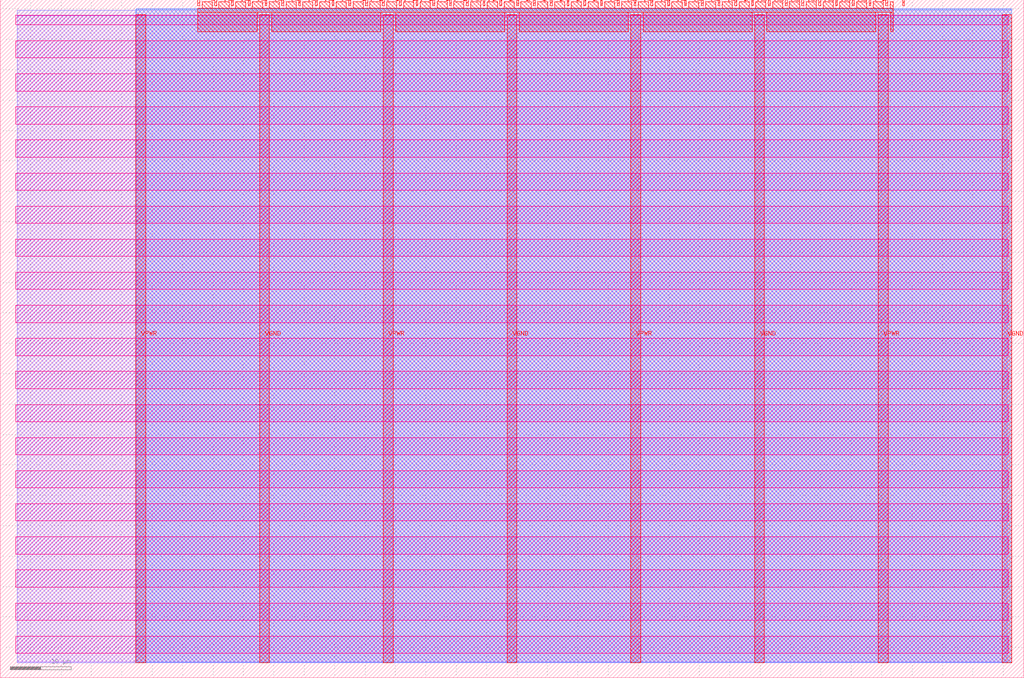
<source format=lef>
VERSION 5.7 ;
  NOWIREEXTENSIONATPIN ON ;
  DIVIDERCHAR "/" ;
  BUSBITCHARS "[]" ;
MACRO tt_um_wokwi_379824923824476161_dup
  CLASS BLOCK ;
  FOREIGN tt_um_wokwi_379824923824476161_dup ;
  ORIGIN 0.000 0.000 ;
  SIZE 168.360 BY 111.520 ;
  PIN VGND
    DIRECTION INOUT ;
    USE GROUND ;
    PORT
      LAYER met4 ;
        RECT 42.670 2.480 44.270 109.040 ;
    END
    PORT
      LAYER met4 ;
        RECT 83.380 2.480 84.980 109.040 ;
    END
    PORT
      LAYER met4 ;
        RECT 124.090 2.480 125.690 109.040 ;
    END
    PORT
      LAYER met4 ;
        RECT 164.800 2.480 166.400 109.040 ;
    END
  END VGND
  PIN VPWR
    DIRECTION INOUT ;
    USE POWER ;
    PORT
      LAYER met4 ;
        RECT 22.315 2.480 23.915 109.040 ;
    END
    PORT
      LAYER met4 ;
        RECT 63.025 2.480 64.625 109.040 ;
    END
    PORT
      LAYER met4 ;
        RECT 103.735 2.480 105.335 109.040 ;
    END
    PORT
      LAYER met4 ;
        RECT 144.445 2.480 146.045 109.040 ;
    END
  END VPWR
  PIN clk
    DIRECTION INPUT ;
    USE SIGNAL ;
    ANTENNAGATEAREA 0.852000 ;
    PORT
      LAYER met4 ;
        RECT 145.670 110.520 145.970 111.520 ;
    END
  END clk
  PIN ena
    DIRECTION INPUT ;
    USE SIGNAL ;
    PORT
      LAYER met4 ;
        RECT 148.430 110.520 148.730 111.520 ;
    END
  END ena
  PIN rst_n
    DIRECTION INPUT ;
    USE SIGNAL ;
    ANTENNAGATEAREA 0.196500 ;
    PORT
      LAYER met4 ;
        RECT 142.910 110.520 143.210 111.520 ;
    END
  END rst_n
  PIN ui_in[0]
    DIRECTION INPUT ;
    USE SIGNAL ;
    PORT
      LAYER met4 ;
        RECT 140.150 110.520 140.450 111.520 ;
    END
  END ui_in[0]
  PIN ui_in[1]
    DIRECTION INPUT ;
    USE SIGNAL ;
    ANTENNAGATEAREA 0.196500 ;
    PORT
      LAYER met4 ;
        RECT 137.390 110.520 137.690 111.520 ;
    END
  END ui_in[1]
  PIN ui_in[2]
    DIRECTION INPUT ;
    USE SIGNAL ;
    PORT
      LAYER met4 ;
        RECT 134.630 110.520 134.930 111.520 ;
    END
  END ui_in[2]
  PIN ui_in[3]
    DIRECTION INPUT ;
    USE SIGNAL ;
    PORT
      LAYER met4 ;
        RECT 131.870 110.520 132.170 111.520 ;
    END
  END ui_in[3]
  PIN ui_in[4]
    DIRECTION INPUT ;
    USE SIGNAL ;
    PORT
      LAYER met4 ;
        RECT 129.110 110.520 129.410 111.520 ;
    END
  END ui_in[4]
  PIN ui_in[5]
    DIRECTION INPUT ;
    USE SIGNAL ;
    PORT
      LAYER met4 ;
        RECT 126.350 110.520 126.650 111.520 ;
    END
  END ui_in[5]
  PIN ui_in[6]
    DIRECTION INPUT ;
    USE SIGNAL ;
    ANTENNAGATEAREA 0.196500 ;
    PORT
      LAYER met4 ;
        RECT 123.590 110.520 123.890 111.520 ;
    END
  END ui_in[6]
  PIN ui_in[7]
    DIRECTION INPUT ;
    USE SIGNAL ;
    ANTENNAGATEAREA 0.196500 ;
    PORT
      LAYER met4 ;
        RECT 120.830 110.520 121.130 111.520 ;
    END
  END ui_in[7]
  PIN uio_in[0]
    DIRECTION INPUT ;
    USE SIGNAL ;
    PORT
      LAYER met4 ;
        RECT 118.070 110.520 118.370 111.520 ;
    END
  END uio_in[0]
  PIN uio_in[1]
    DIRECTION INPUT ;
    USE SIGNAL ;
    PORT
      LAYER met4 ;
        RECT 115.310 110.520 115.610 111.520 ;
    END
  END uio_in[1]
  PIN uio_in[2]
    DIRECTION INPUT ;
    USE SIGNAL ;
    PORT
      LAYER met4 ;
        RECT 112.550 110.520 112.850 111.520 ;
    END
  END uio_in[2]
  PIN uio_in[3]
    DIRECTION INPUT ;
    USE SIGNAL ;
    PORT
      LAYER met4 ;
        RECT 109.790 110.520 110.090 111.520 ;
    END
  END uio_in[3]
  PIN uio_in[4]
    DIRECTION INPUT ;
    USE SIGNAL ;
    PORT
      LAYER met4 ;
        RECT 107.030 110.520 107.330 111.520 ;
    END
  END uio_in[4]
  PIN uio_in[5]
    DIRECTION INPUT ;
    USE SIGNAL ;
    PORT
      LAYER met4 ;
        RECT 104.270 110.520 104.570 111.520 ;
    END
  END uio_in[5]
  PIN uio_in[6]
    DIRECTION INPUT ;
    USE SIGNAL ;
    PORT
      LAYER met4 ;
        RECT 101.510 110.520 101.810 111.520 ;
    END
  END uio_in[6]
  PIN uio_in[7]
    DIRECTION INPUT ;
    USE SIGNAL ;
    PORT
      LAYER met4 ;
        RECT 98.750 110.520 99.050 111.520 ;
    END
  END uio_in[7]
  PIN uio_oe[0]
    DIRECTION OUTPUT TRISTATE ;
    USE SIGNAL ;
    PORT
      LAYER met4 ;
        RECT 51.830 110.520 52.130 111.520 ;
    END
  END uio_oe[0]
  PIN uio_oe[1]
    DIRECTION OUTPUT TRISTATE ;
    USE SIGNAL ;
    PORT
      LAYER met4 ;
        RECT 49.070 110.520 49.370 111.520 ;
    END
  END uio_oe[1]
  PIN uio_oe[2]
    DIRECTION OUTPUT TRISTATE ;
    USE SIGNAL ;
    PORT
      LAYER met4 ;
        RECT 46.310 110.520 46.610 111.520 ;
    END
  END uio_oe[2]
  PIN uio_oe[3]
    DIRECTION OUTPUT TRISTATE ;
    USE SIGNAL ;
    PORT
      LAYER met4 ;
        RECT 43.550 110.520 43.850 111.520 ;
    END
  END uio_oe[3]
  PIN uio_oe[4]
    DIRECTION OUTPUT TRISTATE ;
    USE SIGNAL ;
    PORT
      LAYER met4 ;
        RECT 40.790 110.520 41.090 111.520 ;
    END
  END uio_oe[4]
  PIN uio_oe[5]
    DIRECTION OUTPUT TRISTATE ;
    USE SIGNAL ;
    PORT
      LAYER met4 ;
        RECT 38.030 110.520 38.330 111.520 ;
    END
  END uio_oe[5]
  PIN uio_oe[6]
    DIRECTION OUTPUT TRISTATE ;
    USE SIGNAL ;
    PORT
      LAYER met4 ;
        RECT 35.270 110.520 35.570 111.520 ;
    END
  END uio_oe[6]
  PIN uio_oe[7]
    DIRECTION OUTPUT TRISTATE ;
    USE SIGNAL ;
    PORT
      LAYER met4 ;
        RECT 32.510 110.520 32.810 111.520 ;
    END
  END uio_oe[7]
  PIN uio_out[0]
    DIRECTION OUTPUT TRISTATE ;
    USE SIGNAL ;
    ANTENNADIFFAREA 0.795200 ;
    PORT
      LAYER met4 ;
        RECT 73.910 110.520 74.210 111.520 ;
    END
  END uio_out[0]
  PIN uio_out[1]
    DIRECTION OUTPUT TRISTATE ;
    USE SIGNAL ;
    ANTENNADIFFAREA 0.445500 ;
    PORT
      LAYER met4 ;
        RECT 71.150 110.520 71.450 111.520 ;
    END
  END uio_out[1]
  PIN uio_out[2]
    DIRECTION OUTPUT TRISTATE ;
    USE SIGNAL ;
    ANTENNADIFFAREA 0.795200 ;
    PORT
      LAYER met4 ;
        RECT 68.390 110.520 68.690 111.520 ;
    END
  END uio_out[2]
  PIN uio_out[3]
    DIRECTION OUTPUT TRISTATE ;
    USE SIGNAL ;
    ANTENNADIFFAREA 0.445500 ;
    PORT
      LAYER met4 ;
        RECT 65.630 110.520 65.930 111.520 ;
    END
  END uio_out[3]
  PIN uio_out[4]
    DIRECTION OUTPUT TRISTATE ;
    USE SIGNAL ;
    ANTENNADIFFAREA 0.445500 ;
    PORT
      LAYER met4 ;
        RECT 62.870 110.520 63.170 111.520 ;
    END
  END uio_out[4]
  PIN uio_out[5]
    DIRECTION OUTPUT TRISTATE ;
    USE SIGNAL ;
    ANTENNADIFFAREA 0.445500 ;
    PORT
      LAYER met4 ;
        RECT 60.110 110.520 60.410 111.520 ;
    END
  END uio_out[5]
  PIN uio_out[6]
    DIRECTION OUTPUT TRISTATE ;
    USE SIGNAL ;
    ANTENNADIFFAREA 0.445500 ;
    PORT
      LAYER met4 ;
        RECT 57.350 110.520 57.650 111.520 ;
    END
  END uio_out[6]
  PIN uio_out[7]
    DIRECTION OUTPUT TRISTATE ;
    USE SIGNAL ;
    ANTENNADIFFAREA 0.445500 ;
    PORT
      LAYER met4 ;
        RECT 54.590 110.520 54.890 111.520 ;
    END
  END uio_out[7]
  PIN uo_out[0]
    DIRECTION OUTPUT TRISTATE ;
    USE SIGNAL ;
    ANTENNADIFFAREA 0.445500 ;
    PORT
      LAYER met4 ;
        RECT 95.990 110.520 96.290 111.520 ;
    END
  END uo_out[0]
  PIN uo_out[1]
    DIRECTION OUTPUT TRISTATE ;
    USE SIGNAL ;
    ANTENNADIFFAREA 0.445500 ;
    PORT
      LAYER met4 ;
        RECT 93.230 110.520 93.530 111.520 ;
    END
  END uo_out[1]
  PIN uo_out[2]
    DIRECTION OUTPUT TRISTATE ;
    USE SIGNAL ;
    ANTENNADIFFAREA 0.445500 ;
    PORT
      LAYER met4 ;
        RECT 90.470 110.520 90.770 111.520 ;
    END
  END uo_out[2]
  PIN uo_out[3]
    DIRECTION OUTPUT TRISTATE ;
    USE SIGNAL ;
    ANTENNADIFFAREA 0.445500 ;
    PORT
      LAYER met4 ;
        RECT 87.710 110.520 88.010 111.520 ;
    END
  END uo_out[3]
  PIN uo_out[4]
    DIRECTION OUTPUT TRISTATE ;
    USE SIGNAL ;
    ANTENNADIFFAREA 0.445500 ;
    PORT
      LAYER met4 ;
        RECT 84.950 110.520 85.250 111.520 ;
    END
  END uo_out[4]
  PIN uo_out[5]
    DIRECTION OUTPUT TRISTATE ;
    USE SIGNAL ;
    ANTENNADIFFAREA 0.795200 ;
    PORT
      LAYER met4 ;
        RECT 82.190 110.520 82.490 111.520 ;
    END
  END uo_out[5]
  PIN uo_out[6]
    DIRECTION OUTPUT TRISTATE ;
    USE SIGNAL ;
    ANTENNADIFFAREA 0.445500 ;
    PORT
      LAYER met4 ;
        RECT 79.430 110.520 79.730 111.520 ;
    END
  END uo_out[6]
  PIN uo_out[7]
    DIRECTION OUTPUT TRISTATE ;
    USE SIGNAL ;
    ANTENNADIFFAREA 0.795200 ;
    PORT
      LAYER met4 ;
        RECT 76.670 110.520 76.970 111.520 ;
    END
  END uo_out[7]
  OBS
      LAYER nwell ;
        RECT 2.570 107.385 165.790 108.990 ;
        RECT 2.570 101.945 165.790 104.775 ;
        RECT 2.570 96.505 165.790 99.335 ;
        RECT 2.570 91.065 165.790 93.895 ;
        RECT 2.570 85.625 165.790 88.455 ;
        RECT 2.570 80.185 165.790 83.015 ;
        RECT 2.570 74.745 165.790 77.575 ;
        RECT 2.570 69.305 165.790 72.135 ;
        RECT 2.570 63.865 165.790 66.695 ;
        RECT 2.570 58.425 165.790 61.255 ;
        RECT 2.570 52.985 165.790 55.815 ;
        RECT 2.570 47.545 165.790 50.375 ;
        RECT 2.570 42.105 165.790 44.935 ;
        RECT 2.570 36.665 165.790 39.495 ;
        RECT 2.570 31.225 165.790 34.055 ;
        RECT 2.570 25.785 165.790 28.615 ;
        RECT 2.570 20.345 165.790 23.175 ;
        RECT 2.570 14.905 165.790 17.735 ;
        RECT 2.570 9.465 165.790 12.295 ;
        RECT 2.570 4.025 165.790 6.855 ;
      LAYER li1 ;
        RECT 2.760 2.635 165.600 108.885 ;
      LAYER met1 ;
        RECT 2.760 2.480 166.400 109.780 ;
      LAYER met2 ;
        RECT 22.345 2.535 166.370 110.005 ;
      LAYER met3 ;
        RECT 22.325 2.555 166.390 109.985 ;
      LAYER met4 ;
        RECT 33.210 110.120 34.870 111.170 ;
        RECT 35.970 110.120 37.630 111.170 ;
        RECT 38.730 110.120 40.390 111.170 ;
        RECT 41.490 110.120 43.150 111.170 ;
        RECT 44.250 110.120 45.910 111.170 ;
        RECT 47.010 110.120 48.670 111.170 ;
        RECT 49.770 110.120 51.430 111.170 ;
        RECT 52.530 110.120 54.190 111.170 ;
        RECT 55.290 110.120 56.950 111.170 ;
        RECT 58.050 110.120 59.710 111.170 ;
        RECT 60.810 110.120 62.470 111.170 ;
        RECT 63.570 110.120 65.230 111.170 ;
        RECT 66.330 110.120 67.990 111.170 ;
        RECT 69.090 110.120 70.750 111.170 ;
        RECT 71.850 110.120 73.510 111.170 ;
        RECT 74.610 110.120 76.270 111.170 ;
        RECT 77.370 110.120 79.030 111.170 ;
        RECT 80.130 110.120 81.790 111.170 ;
        RECT 82.890 110.120 84.550 111.170 ;
        RECT 85.650 110.120 87.310 111.170 ;
        RECT 88.410 110.120 90.070 111.170 ;
        RECT 91.170 110.120 92.830 111.170 ;
        RECT 93.930 110.120 95.590 111.170 ;
        RECT 96.690 110.120 98.350 111.170 ;
        RECT 99.450 110.120 101.110 111.170 ;
        RECT 102.210 110.120 103.870 111.170 ;
        RECT 104.970 110.120 106.630 111.170 ;
        RECT 107.730 110.120 109.390 111.170 ;
        RECT 110.490 110.120 112.150 111.170 ;
        RECT 113.250 110.120 114.910 111.170 ;
        RECT 116.010 110.120 117.670 111.170 ;
        RECT 118.770 110.120 120.430 111.170 ;
        RECT 121.530 110.120 123.190 111.170 ;
        RECT 124.290 110.120 125.950 111.170 ;
        RECT 127.050 110.120 128.710 111.170 ;
        RECT 129.810 110.120 131.470 111.170 ;
        RECT 132.570 110.120 134.230 111.170 ;
        RECT 135.330 110.120 136.990 111.170 ;
        RECT 138.090 110.120 139.750 111.170 ;
        RECT 140.850 110.120 142.510 111.170 ;
        RECT 143.610 110.120 145.270 111.170 ;
        RECT 146.370 110.120 146.905 111.170 ;
        RECT 32.495 109.440 146.905 110.120 ;
        RECT 32.495 106.255 42.270 109.440 ;
        RECT 44.670 106.255 62.625 109.440 ;
        RECT 65.025 106.255 82.980 109.440 ;
        RECT 85.380 106.255 103.335 109.440 ;
        RECT 105.735 106.255 123.690 109.440 ;
        RECT 126.090 106.255 144.045 109.440 ;
        RECT 146.445 106.255 146.905 109.440 ;
  END
END tt_um_wokwi_379824923824476161_dup
END LIBRARY


</source>
